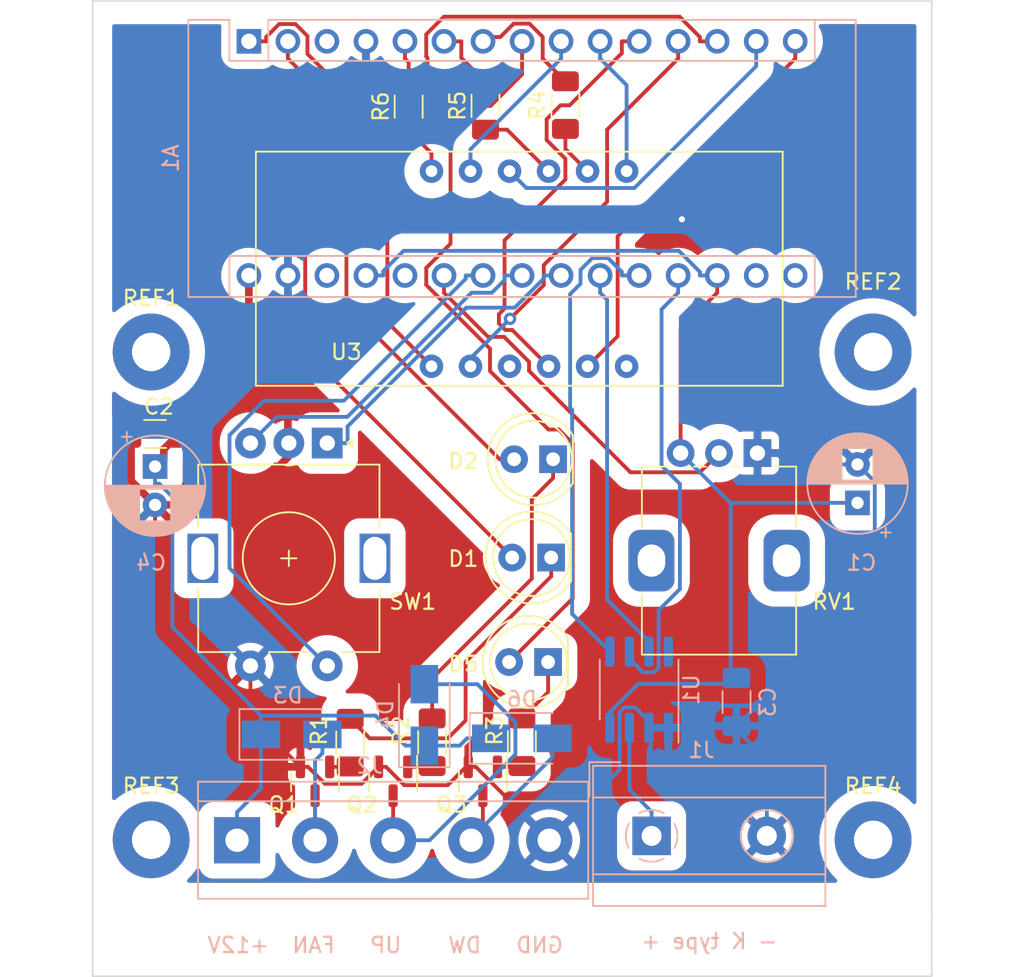
<source format=kicad_pcb>
(kicad_pcb (version 20240108) (generator "pcbnew") (generator_version "8.0")
  (layers (0 "F.Cu" signal) (31 "B.Cu" signal) (34 "B.Paste" user) (35 "F.Paste" user) (36 "B.SilkS" user "B.Silkscreen") (37 "F.SilkS" user "F.Silkscreen") (38 "B.Mask" user) (39 "F.Mask" user) (44 "Edge.Cuts" user))
  (net 0 "")
  (net 1 "Net-(A1-Pad1)")
  (net 2 "Net-(A1-Pad2)")
  (net 4 "GND")
  (net 5 "Net-(A1-Pad5)")
  (net 6 "Net-(A1-Pad6)")
  (net 7 "Net-(A1-Pad7)")
  (net 8 "Net-(A1-Pad8)")
  (net 9 "Net-(A1-Pad9)")
  (net 10 "Net-(A1-Pad10)")
  (net 11 "Net-(A1-Pad11)")
  (net 12 "Net-(A1-Pad12)")
  (net 13 "Net-(A1-Pad13)")
  (net 14 "Net-(A1-Pad14)")
  (net 15 "Net-(A1-Pad15)")
  (net 18 "Net-(A1-Pad18)")
  (net 19 "Net-(A1-Pad19)")
  (net 20 "Net-(A1-Pad20)")
  (net 21 "Net-(A1-Pad21)")
  (net 22 "Net-(A1-Pad22)")
  (net 23 "Net-(A1-Pad23)")
  (net 24 "Net-(A1-Pad24)")
  (net 25 "Net-(A1-Pad25)")
  (net 28 "Net-(J1-Pad1)")
  (net 29 "Net-(D1-Pad1)")
  (net 30 "Net-(D2-Pad1)")
  (net 31 "/DW")
  (net 32 "/UP")
  (net 33 "Net-(D5-Pad1)")
  (net 34 "/FAN")
  (net 35 "Net-(R4-Pad1)")
  (net 36 "Net-(Q1-Pad1)")
  (net 37 "Net-(Q2-Pad1)")
  (net 38 "Net-(Q3-Pad1)")
  (net 39 "Net-(R5-Pad1)")
  (net 40 "Net-(R6-Pad1)")
  (net 43 "/+12V")
  (footprint "Rotary_Encoder:RotaryEncoder_Alps_EC11E-Switch_Vertical_H20mm" (layer "F.Cu") (at 128.3 89.75 -90)
    (property "Reference" "SW1" (at 10.326 -5.558 180) (layer "F.SilkS"))
    (property "Value" "RotaryEncoder")
    (pad "A" thru_hole rect (at 0 0 270) (size 2 2) (drill 1) (layers "*.Cu" "*.Mask") (net 22 "Net-(A1-Pad22)"))
    (pad "B" thru_hole circle (at 0 5 270) (size 2 2) (drill 1) (layers "*.Cu" "*.Mask") (net 23 "Net-(A1-Pad23)"))
    (pad "C" thru_hole circle (at 0 2.5 270) (size 2 2) (drill 1) (layers "*.Cu" "*.Mask") (net 4 "GND"))
    (pad "MP" thru_hole rect (at 7.5 -3.1 270) (size 3.2 2) (drill oval 2.8 1.5) (layers "*.Cu" "*.Mask"))
    (pad "MP" thru_hole rect (at 7.5 8.1 270) (size 3.2 2) (drill oval 2.8 1.5) (layers "*.Cu" "*.Mask"))
    (pad "S1" thru_hole circle (at 14.5 5 270) (size 2 2) (drill 1) (layers "*.Cu" "*.Mask") (net 4 "GND"))
    (pad "S2" thru_hole circle (at 14.5 0 270) (size 2 2) (drill 1) (layers "*.Cu" "*.Mask") (net 24 "Net-(A1-Pad24)"))
  )
  (footprint "Potentiometer_THT:Potentiometer_Alps_RK09K_Single_Vertical" (layer "F.Cu") (at 156.3 90.4 -90)
    (property "Reference" "RV1" (at 9.676 -4.99 180) (layer "F.SilkS"))
    (property "Value" "10K")
    (pad "1" thru_hole rect (at 0 0 270) (size 1.8 1.8) (drill 1) (layers "*.Cu" "*.Mask") (net 4 "GND"))
    (pad "2" thru_hole circle (at 0 2.5 270) (size 1.8 1.8) (drill 1) (layers "*.Cu" "*.Mask") (net 25 "Net-(A1-Pad25)"))
    (pad "3" thru_hole circle (at 0 5 270) (size 1.8 1.8) (drill 1) (layers "*.Cu" "*.Mask") (net 18 "Net-(A1-Pad18)"))
    (pad "MP" thru_hole roundrect (at 7 -1.9 270) (size 4 3) (drill oval 2.1 1.8) (layers "*.Cu" "*.Mask"))
    (pad "MP" thru_hole roundrect (at 7 6.9 270) (size 4 3) (drill oval 2.1 1.8) (layers "*.Cu" "*.Mask"))
  )
  (footprint "Resistor_SMD:R_1206_3216Metric_Pad1.30x1.75mm_HandSolder" (layer "F.Cu") (at 129.794 109.246 90)
    (property "Reference" "R1" (at 0.788 -2.032 90) (layer "F.SilkS"))
    (property "Value" "150")
    (pad "1" smd roundrect (at -1.55 0 90) (size 1.3 1.75) (layers "F.Cu" "F.Paste" "F.Mask") (roundrect_rratio 0.192308) (net 36 "Net-(Q1-Pad1)"))
    (pad "2" smd roundrect (at 1.55 0 90) (size 1.3 1.75) (layers "F.Cu" "F.Paste" "F.Mask") (roundrect_rratio 0.192308) (net 29 "Net-(D1-Pad1)"))
  )
  (footprint "LED_THT:LED_D5.0mm" (layer "F.Cu") (at 143 90.8 180)
    (property "Reference" "D2" (at 5.84 -0.132 0) (layer "F.SilkS"))
    (property "Value" "LED")
    (pad "1" thru_hole rect (at 0 0 180) (size 1.8 1.8) (drill 0.9) (layers "*.Cu" "*.Mask") (net 30 "Net-(D2-Pad1)"))
    (pad "2" thru_hole circle (at 2.54 0 180) (size 1.8 1.8) (drill 0.9) (layers "*.Cu" "*.Mask") (net 1 "Net-(A1-Pad1)"))
  )
  (footprint "LED_THT:LED_D5.0mm" (layer "F.Cu") (at 142.875 97.2 180)
    (property "Reference" "D1" (at 5.715 -0.082 0) (layer "F.SilkS"))
    (property "Value" "LED")
    (pad "1" thru_hole rect (at 0 0 180) (size 1.8 1.8) (drill 0.9) (layers "*.Cu" "*.Mask") (net 29 "Net-(D1-Pad1)"))
    (pad "2" thru_hole circle (at 2.54 0 180) (size 1.8 1.8) (drill 0.9) (layers "*.Cu" "*.Mask") (net 2 "Net-(A1-Pad2)"))
  )
  (footprint "Resistor_SMD:R_1206_3216Metric_Pad1.30x1.75mm_HandSolder" (layer "F.Cu") (at 140.97 109.22 90)
    (property "Reference" "R3" (at 0.762 -1.778 90) (layer "F.SilkS"))
    (property "Value" "150")
    (pad "1" smd roundrect (at -1.55 0 90) (size 1.3 1.75) (layers "F.Cu" "F.Paste" "F.Mask") (roundrect_rratio 0.192308) (net 38 "Net-(Q3-Pad1)"))
    (pad "2" smd roundrect (at 1.55 0 90) (size 1.3 1.75) (layers "F.Cu" "F.Paste" "F.Mask") (roundrect_rratio 0.192308) (net 33 "Net-(D5-Pad1)"))
  )
  (footprint "LED_THT:LED_D5.0mm" (layer "F.Cu") (at 142.675 104 180)
    (property "Reference" "D5" (at 5.515 -0.14 0) (layer "F.SilkS"))
    (property "Value" "LED")
    (pad "1" thru_hole rect (at 0 0 180) (size 1.8 1.8) (drill 0.9) (layers "*.Cu" "*.Mask") (net 33 "Net-(D5-Pad1)"))
    (pad "2" thru_hole circle (at 2.54 0 180) (size 1.8 1.8) (drill 0.9) (layers "*.Cu" "*.Mask") (net 8 "Net-(A1-Pad8)"))
  )
  (footprint "MountingHole:MountingHole_2.5mm_Pad" (layer "F.Cu") (at 163.83 83.82)
    (property "Reference" "REF2" (at 0 -4.572 0) (layer "F.SilkS"))
    (property "Value" "MountingHole_2.5mm_Pad")
    (pad "1" thru_hole circle (at 0 0) (size 5 5) (drill 2.5) (layers "*.Cu" "*.Mask"))
  )
  (footprint "Resistor_SMD:R_1206_3216Metric_Pad1.30x1.75mm_HandSolder" (layer "F.Cu") (at 143.8 67.75 90)
    (property "Reference" "R4" (at 0 -1.82 90) (layer "F.SilkS"))
    (property "Value" "220")
    (pad "1" smd roundrect (at -1.55 0 90) (size 1.3 1.75) (layers "F.Cu" "F.Paste" "F.Mask") (roundrect_rratio 0.192308) (net 35 "Net-(R4-Pad1)"))
    (pad "2" smd roundrect (at 1.55 0 90) (size 1.3 1.75) (layers "F.Cu" "F.Paste" "F.Mask") (roundrect_rratio 0.192308) (net 7 "Net-(A1-Pad7)"))
  )
  (footprint "Resistor_SMD:R_1206_3216Metric_Pad1.30x1.75mm_HandSolder" (layer "F.Cu") (at 138.6 67.8 90)
    (property "Reference" "R5" (at 0 -1.82 90) (layer "F.SilkS"))
    (property "Value" "220")
    (pad "1" smd roundrect (at -1.55 0 90) (size 1.3 1.75) (layers "F.Cu" "F.Paste" "F.Mask") (roundrect_rratio 0.192308) (net 39 "Net-(R5-Pad1)"))
    (pad "2" smd roundrect (at 1.55 0 90) (size 1.3 1.75) (layers "F.Cu" "F.Paste" "F.Mask") (roundrect_rratio 0.192308) (net 6 "Net-(A1-Pad6)"))
  )
  (footprint "Package_TO_SOT_SMD:SOT-23" (layer "F.Cu") (at 127.508 111.76 -90)
    (property "Reference" "Q1" (at 1.524 2.032 180) (layer "F.SilkS"))
    (property "Value" "BC817")
    (pad "1" smd roundrect (at -0.9375 -0.95 270) (size 1.475 0.6) (layers "F.Cu" "F.Paste" "F.Mask") (net 36 "Net-(Q1-Pad1)"))
    (pad "2" smd roundrect (at -0.9375 0.95 270) (size 1.475 0.6) (layers "F.Cu" "F.Paste" "F.Mask") (net 4 "GND"))
    (pad "3" smd roundrect (at 0.9375 0 270) (size 1.475 0.6) (layers "F.Cu" "F.Paste" "F.Mask") (net 34 "/FAN"))
  )
  (footprint "MountingHole:MountingHole_2.5mm_Pad" (layer "F.Cu") (at 163.83 115.57)
    (property "Reference" "REF4" (at 0 -3.5 0) (layer "F.SilkS"))
    (property "Value" "MountingHole_2.5mm_Pad")
    (pad "1" thru_hole circle (at 0 0) (size 5 5) (drill 2.5) (layers "*.Cu" "*.Mask"))
  )
  (footprint "Package_TO_SOT_SMD:SOT-23" (layer "F.Cu") (at 138.43 111.76 -90)
    (property "Reference" "Q3" (at 1.524 2.032 180) (layer "F.SilkS"))
    (property "Value" "BC817")
    (pad "1" smd roundrect (at -0.9375 -0.95 270) (size 1.475 0.6) (layers "F.Cu" "F.Paste" "F.Mask") (net 38 "Net-(Q3-Pad1)"))
    (pad "2" smd roundrect (at -0.9375 0.95 270) (size 1.475 0.6) (layers "F.Cu" "F.Paste" "F.Mask") (net 4 "GND"))
    (pad "3" smd roundrect (at 0.9375 0 270) (size 1.475 0.6) (layers "F.Cu" "F.Paste" "F.Mask") (net 31 "/DW"))
  )
  (footprint "MountingHole:MountingHole_2.5mm_Pad" (layer "F.Cu") (at 116.84 115.57)
    (property "Reference" "REF3" (at 0 -3.5 0) (layer "F.SilkS"))
    (property "Value" "MountingHole_2.5mm_Pad")
    (pad "1" thru_hole circle (at 0 0) (size 5 5) (drill 2.5) (layers "*.Cu" "*.Mask"))
  )
  (footprint "Display3bit:LTD040BUE-101A" (layer "F.Cu") (at 135.085 84.75)
    (property "Reference" "U3" (at -5.545 -0.93 0) (layer "F.SilkS"))
    (property "Value" "LTD040BUE-101A")
    (pad "1" thru_hole circle (at 0 0) (size 1.524 1.524) (drill 0.762) (layers "*.Cu" "*.Mask") (net 13 "Net-(A1-Pad13)"))
    (pad "2" thru_hole circle (at 2.54 0) (size 1.524 1.524) (drill 0.762) (layers "*.Cu" "*.Mask") (net 12 "Net-(A1-Pad12)"))
    (pad "3" thru_hole circle (at 5.08 0) (size 1.524 1.524) (drill 0.762) (layers "*.Cu" "*.Mask"))
    (pad "4" thru_hole circle (at 7.62 0) (size 1.524 1.524) (drill 0.762) (layers "*.Cu" "*.Mask") (net 11 "Net-(A1-Pad11)"))
    (pad "5" thru_hole circle (at 10.16 0) (size 1.524 1.524) (drill 0.762) (layers "*.Cu" "*.Mask") (net 15 "Net-(A1-Pad15)"))
    (pad "6" thru_hole circle (at 12.7 0) (size 1.524 1.524) (drill 0.762) (layers "*.Cu" "*.Mask"))
    (pad "7" thru_hole circle (at 12.7 -12.7) (size 1.524 1.524) (drill 0.762) (layers "*.Cu" "*.Mask") (net 10 "Net-(A1-Pad10)"))
    (pad "8" thru_hole circle (at 10.16 -12.7) (size 1.524 1.524) (drill 0.762) (layers "*.Cu" "*.Mask") (net 35 "Net-(R4-Pad1)"))
    (pad "9" thru_hole circle (at 7.62 -12.7) (size 1.524 1.524) (drill 0.762) (layers "*.Cu" "*.Mask") (net 39 "Net-(R5-Pad1)"))
    (pad "10" thru_hole circle (at 5.08 -12.7) (size 1.524 1.524) (drill 0.762) (layers "*.Cu" "*.Mask") (net 14 "Net-(A1-Pad14)"))
    (pad "11" thru_hole circle (at 2.54 -12.7) (size 1.524 1.524) (drill 0.762) (layers "*.Cu" "*.Mask") (net 9 "Net-(A1-Pad9)"))
    (pad "12" thru_hole circle (at 0 -12.7) (size 1.524 1.524) (drill 0.762) (layers "*.Cu" "*.Mask") (net 40 "Net-(R6-Pad1)"))
  )
  (footprint "Capacitor_SMD:C_1206_3216Metric_Pad1.33x1.80mm_HandSolder" (layer "F.Cu") (at 117.094 89.154 180)
    (property "Reference" "C2" (at -0.254 1.778 0) (layer "F.SilkS"))
    (property "Value" "100n")
    (pad "1" smd roundrect (at -1.5625 0 180) (size 1.325 1.8) (layers "F.Cu" "F.Paste" "F.Mask") (roundrect_rratio 0.188679) (net 43 "/+12V"))
    (pad "2" smd roundrect (at 1.5625 0 180) (size 1.325 1.8) (layers "F.Cu" "F.Paste" "F.Mask") (roundrect_rratio 0.188679) (net 4 "GND"))
  )
  (footprint "Resistor_SMD:R_1206_3216Metric_Pad1.30x1.75mm_HandSolder" (layer "F.Cu") (at 133.6 67.85 90)
    (property "Reference" "R6" (at 0 -1.82 90) (layer "F.SilkS"))
    (property "Value" "220")
    (pad "1" smd roundrect (at -1.55 0 90) (size 1.3 1.75) (layers "F.Cu" "F.Paste" "F.Mask") (roundrect_rratio 0.192308) (net 40 "Net-(R6-Pad1)"))
    (pad "2" smd roundrect (at 1.55 0 90) (size 1.3 1.75) (layers "F.Cu" "F.Paste" "F.Mask") (roundrect_rratio 0.192308) (net 5 "Net-(A1-Pad5)"))
  )
  (footprint "MountingHole:MountingHole_2.5mm_Pad" (layer "F.Cu") (at 116.84 83.82)
    (property "Reference" "REF1" (at 0 -3.5 0) (layer "F.SilkS"))
    (property "Value" "MountingHole_2.5mm_Pad")
    (pad "1" thru_hole circle (at 0 0) (size 5 5) (drill 2.5) (layers "*.Cu" "*.Mask"))
  )
  (footprint "Resistor_SMD:R_1206_3216Metric_Pad1.30x1.75mm_HandSolder" (layer "F.Cu") (at 135.128 109.22 90)
    (property "Reference" "R2" (at 0.762 -2.032 90) (layer "F.SilkS"))
    (property "Value" "150")
    (pad "1" smd roundrect (at -1.55 0 90) (size 1.3 1.75) (layers "F.Cu" "F.Paste" "F.Mask") (roundrect_rratio 0.192308) (net 37 "Net-(Q2-Pad1)"))
    (pad "2" smd roundrect (at 1.55 0 90) (size 1.3 1.75) (layers "F.Cu" "F.Paste" "F.Mask") (roundrect_rratio 0.192308) (net 30 "Net-(D2-Pad1)"))
  )
  (footprint "Package_TO_SOT_SMD:SOT-23" (layer "F.Cu") (at 132.588 111.76 -90)
    (property "Reference" "Q2" (at 1.524 2.032 180) (layer "F.SilkS"))
    (property "Value" "BC817")
    (pad "1" smd roundrect (at -0.9375 -0.95 270) (size 1.475 0.6) (layers "F.Cu" "F.Paste" "F.Mask") (net 37 "Net-(Q2-Pad1)"))
    (pad "2" smd roundrect (at -0.9375 0.95 270) (size 1.475 0.6) (layers "F.Cu" "F.Paste" "F.Mask") (net 4 "GND"))
    (pad "3" smd roundrect (at 0.9375 0 270) (size 1.475 0.6) (layers "F.Cu" "F.Paste" "F.Mask") (net 32 "/UP"))
  )
  (footprint "Module:Arduino_Nano" (layer "B.Cu") (at 123.2 63.6 -90)
    (property "Reference" "A1" (at 7.62 5.08 90) (layer "B.SilkS") (effects (justify mirror)))
    (property "Value" "Arduino_Nano_v3.x")
    (pad "1" thru_hole rect (at 0 0 270) (size 1.6 1.6) (drill 1) (layers "*.Cu" "*.Mask") (net 1 "Net-(A1-Pad1)"))
    (pad "2" thru_hole oval (at 0 -2.54 270) (size 1.6 1.6) (drill 1) (layers "*.Cu" "*.Mask") (net 2 "Net-(A1-Pad2)"))
    (pad "3" thru_hole oval (at 0 -5.08 270) (size 1.6 1.6) (drill 1) (layers "*.Cu" "*.Mask"))
    (pad "4" thru_hole oval (at 0 -7.62 270) (size 1.6 1.6) (drill 1) (layers "*.Cu" "*.Mask") (net 4 "GND"))
    (pad "5" thru_hole oval (at 0 -10.16 270) (size 1.6 1.6) (drill 1) (layers "*.Cu" "*.Mask") (net 5 "Net-(A1-Pad5)"))
    (pad "6" thru_hole oval (at 0 -12.7 270) (size 1.6 1.6) (drill 1) (layers "*.Cu" "*.Mask") (net 6 "Net-(A1-Pad6)"))
    (pad "7" thru_hole oval (at 0 -15.24 270) (size 1.6 1.6) (drill 1) (layers "*.Cu" "*.Mask") (net 7 "Net-(A1-Pad7)"))
    (pad "8" thru_hole oval (at 0 -17.78 270) (size 1.6 1.6) (drill 1) (layers "*.Cu" "*.Mask") (net 8 "Net-(A1-Pad8)"))
    (pad "9" thru_hole oval (at 0 -20.32 270) (size 1.6 1.6) (drill 1) (layers "*.Cu" "*.Mask") (net 9 "Net-(A1-Pad9)"))
    (pad "10" thru_hole oval (at 0 -22.86 270) (size 1.6 1.6) (drill 1) (layers "*.Cu" "*.Mask") (net 10 "Net-(A1-Pad10)"))
    (pad "11" thru_hole oval (at 0 -25.4 270) (size 1.6 1.6) (drill 1) (layers "*.Cu" "*.Mask") (net 11 "Net-(A1-Pad11)"))
    (pad "12" thru_hole oval (at 0 -27.94 270) (size 1.6 1.6) (drill 1) (layers "*.Cu" "*.Mask") (net 12 "Net-(A1-Pad12)"))
    (pad "13" thru_hole oval (at 0 -30.48 270) (size 1.6 1.6) (drill 1) (layers "*.Cu" "*.Mask") (net 13 "Net-(A1-Pad13)"))
    (pad "14" thru_hole oval (at 0 -33.02 270) (size 1.6 1.6) (drill 1) (layers "*.Cu" "*.Mask") (net 14 "Net-(A1-Pad14)"))
    (pad "15" thru_hole oval (at 0 -35.56 270) (size 1.6 1.6) (drill 1) (layers "*.Cu" "*.Mask") (net 15 "Net-(A1-Pad15)"))
    (pad "16" thru_hole oval (at 15.24 -35.56 270) (size 1.6 1.6) (drill 1) (layers "*.Cu" "*.Mask"))
    (pad "17" thru_hole oval (at 15.24 -33.02 270) (size 1.6 1.6) (drill 1) (layers "*.Cu" "*.Mask"))
    (pad "18" thru_hole oval (at 15.24 -30.48 270) (size 1.6 1.6) (drill 1) (layers "*.Cu" "*.Mask") (net 18 "Net-(A1-Pad18)"))
    (pad "19" thru_hole oval (at 15.24 -27.94 270) (size 1.6 1.6) (drill 1) (layers "*.Cu" "*.Mask") (net 19 "Net-(A1-Pad19)"))
    (pad "20" thru_hole oval (at 15.24 -25.4 270) (size 1.6 1.6) (drill 1) (layers "*.Cu" "*.Mask") (net 20 "Net-(A1-Pad20)"))
    (pad "21" thru_hole oval (at 15.24 -22.86 270) (size 1.6 1.6) (drill 1) (layers "*.Cu" "*.Mask") (net 21 "Net-(A1-Pad21)"))
    (pad "22" thru_hole oval (at 15.24 -20.32 270) (size 1.6 1.6) (drill 1) (layers "*.Cu" "*.Mask") (net 22 "Net-(A1-Pad22)"))
    (pad "23" thru_hole oval (at 15.24 -17.78 270) (size 1.6 1.6) (drill 1) (layers "*.Cu" "*.Mask") (net 23 "Net-(A1-Pad23)"))
    (pad "24" thru_hole oval (at 15.24 -15.24 270) (size 1.6 1.6) (drill 1) (layers "*.Cu" "*.Mask") (net 24 "Net-(A1-Pad24)"))
    (pad "25" thru_hole oval (at 15.24 -12.7 270) (size 1.6 1.6) (drill 1) (layers "*.Cu" "*.Mask") (net 25 "Net-(A1-Pad25)"))
    (pad "26" thru_hole oval (at 15.24 -10.16 270) (size 1.6 1.6) (drill 1) (layers "*.Cu" "*.Mask"))
    (pad "27" thru_hole oval (at 15.24 -7.62 270) (size 1.6 1.6) (drill 1) (layers "*.Cu" "*.Mask") (net 18 "Net-(A1-Pad18)"))
    (pad "28" thru_hole oval (at 15.24 -5.08 270) (size 1.6 1.6) (drill 1) (layers "*.Cu" "*.Mask"))
    (pad "29" thru_hole oval (at 15.24 -2.54 270) (size 1.6 1.6) (drill 1) (layers "*.Cu" "*.Mask") (net 4 "GND"))
    (pad "30" thru_hole oval (at 15.24 0 270) (size 1.6 1.6) (drill 1) (layers "*.Cu" "*.Mask") (net 43 "/+12V"))
  )
  (footprint "Capacitor_THT:CP_Radial_D6.3mm_P2.50mm" (layer "B.Cu") (at 162.814 93.6384 90)
    (property "Reference" "C1" (at -3.8976 0.254 0) (layer "B.SilkS") (effects (justify mirror)))
    (property "Value" "10u")
    (pad "1" thru_hole rect (at 0 0 90) (size 1.6 1.6) (drill 0.8) (layers "*.Cu" "*.Mask") (net 18 "Net-(A1-Pad18)"))
    (pad "2" thru_hole circle (at 2.5 0 90) (size 1.6 1.6) (drill 0.8) (layers "*.Cu" "*.Mask") (net 4 "GND"))
  )
  (footprint "Capacitor_SMD:C_1206_3216Metric_Pad1.33x1.80mm_HandSolder" (layer "B.Cu") (at 154.94 106.6 -90)
    (property "Reference" "C3" (at 0 -2.032 90) (layer "B.SilkS") (effects (justify mirror)))
    (property "Value" "100n")
    (pad "1" smd roundrect (at -1.5625 0 270) (size 1.325 1.8) (layers "B.Cu" "B.Paste" "B.Mask") (roundrect_rratio 0.188679) (net 18 "Net-(A1-Pad18)"))
    (pad "2" smd roundrect (at 1.5625 0 270) (size 1.325 1.8) (layers "B.Cu" "B.Paste" "B.Mask") (roundrect_rratio 0.188679) (net 4 "GND"))
  )
  (footprint "Diode_SMD:D_SMA" (layer "B.Cu") (at 140.97 108.966)
    (property "Reference" "D6" (at 0 -2.54 0) (layer "B.SilkS") (effects (justify mirror)))
    (property "Value" "SS14")
    (pad "1" smd rect (at -2 0) (size 2.5 1.8) (layers "B.Cu" "B.Paste" "B.Mask") (net 43 "/+12V"))
    (pad "2" smd rect (at 2 0) (size 2.5 1.8) (layers "B.Cu" "B.Paste" "B.Mask") (net 31 "/DW"))
  )
  (footprint "Diode_SMD:D_SMA" (layer "B.Cu") (at 134.62 107.442 90)
    (property "Reference" "D4" (at 0 -2.54 90) (layer "B.SilkS") (effects (justify mirror)))
    (property "Value" "SS14")
    (pad "1" smd rect (at -2 0 90) (size 2.5 1.8) (layers "B.Cu" "B.Paste" "B.Mask") (net 43 "/+12V"))
    (pad "2" smd rect (at 2 0 90) (size 2.5 1.8) (layers "B.Cu" "B.Paste" "B.Mask") (net 32 "/UP"))
  )
  (footprint "Capacitor_THT:CP_Radial_D6.3mm_P2.50mm" (layer "B.Cu") (at 117.094 91.2736 -90)
    (property "Reference" "C4" (at 6.2624 0.254 0) (layer "B.SilkS") (effects (justify mirror)))
    (property "Value" "10u")
    (pad "1" thru_hole rect (at 0 0 270) (size 1.6 1.6) (drill 0.8) (layers "*.Cu" "*.Mask") (net 43 "/+12V"))
    (pad "2" thru_hole circle (at 2.5 0 270) (size 1.6 1.6) (drill 0.8) (layers "*.Cu" "*.Mask") (net 4 "GND"))
  )
  (footprint "TerminalBlock_MetzConnect:TerminalBlock_MetzConnect_Type171_RT13702HBWC_1x02_P7.50mm_Horizontal" (layer "B.Cu") (at 149.412 115.316)
    (property "Reference" "J1" (at 3.242 -5.588 180) (layer "B.SilkS") (effects (justify mirror)))
    (property "Value" "Terminalx02")
    (pad "1" thru_hole rect (at 0 0) (size 2.5 2.5) (drill 1.3) (layers "*.Cu" "*.Mask") (net 28 "Net-(J1-Pad1)"))
    (pad "2" thru_hole circle (at 7.5 0) (size 2.5 2.5) (drill 1.3) (layers "*.Cu" "*.Mask") (net 4 "GND"))
  )
  (footprint "Diode_SMD:D_SMA" (layer "B.Cu") (at 125.984 108.712)
    (property "Reference" "D3" (at -0.254 -2.54 0) (layer "B.SilkS") (effects (justify mirror)))
    (property "Value" "SS14")
    (pad "1" smd rect (at -2 0) (size 2.5 1.8) (layers "B.Cu" "B.Paste" "B.Mask") (net 43 "/+12V"))
    (pad "2" smd rect (at 2 0) (size 2.5 1.8) (layers "B.Cu" "B.Paste" "B.Mask") (net 34 "/FAN"))
  )
  (footprint "Package_SO:SOIC-8_3.9x4.9mm_P1.27mm" (layer "B.Cu") (at 148.6 105.8 90)
    (property "Reference" "U1" (at 0 3.4 90) (layer "B.SilkS") (effects (justify mirror)))
    (property "Value" "MAX6675")
    (pad "1" smd roundrect (at -2.475 1.905 90) (size 1.95 0.6) (layers "B.Cu" "B.Paste" "B.Mask") (net 4 "GND"))
    (pad "2" smd roundrect (at -2.475 0.635 90) (size 1.95 0.6) (layers "B.Cu" "B.Paste" "B.Mask") (net 4 "GND"))
    (pad "3" smd roundrect (at -2.475 -0.635 90) (size 1.95 0.6) (layers "B.Cu" "B.Paste" "B.Mask") (net 28 "Net-(J1-Pad1)"))
    (pad "4" smd roundrect (at -2.475 -1.905 90) (size 1.95 0.6) (layers "B.Cu" "B.Paste" "B.Mask") (net 18 "Net-(A1-Pad18)"))
    (pad "5" smd roundrect (at 2.475 -1.905 90) (size 1.95 0.6) (layers "B.Cu" "B.Paste" "B.Mask") (net 20 "Net-(A1-Pad20)"))
    (pad "6" smd roundrect (at 2.475 -0.635 90) (size 1.95 0.6) (layers "B.Cu" "B.Paste" "B.Mask") (net 19 "Net-(A1-Pad19)"))
    (pad "7" smd roundrect (at 2.475 0.635 90) (size 1.95 0.6) (layers "B.Cu" "B.Paste" "B.Mask") (net 21 "Net-(A1-Pad21)"))
    (pad "8" smd roundrect (at 2.475 1.905 90) (size 1.95 0.6) (layers "B.Cu" "B.Paste" "B.Mask"))
  )
  (footprint "TerminalBlock:TerminalBlock_bornier-5_P5.08mm" (layer "B.Cu") (at 122.428 115.6)
    (property "Reference" "J2" (at 8.636 -4.856 180) (layer "B.SilkS") (effects (justify mirror)))
    (property "Value" "Terminalx05")
    (pad "1" thru_hole rect (at 0 0) (size 3 3) (drill 1.52) (layers "*.Cu" "*.Mask") (net 43 "/+12V"))
    (pad "2" thru_hole circle (at 5.08 0) (size 3 3) (drill 1.52) (layers "*.Cu" "*.Mask") (net 34 "/FAN"))
    (pad "3" thru_hole circle (at 10.16 0) (size 3 3) (drill 1.52) (layers "*.Cu" "*.Mask") (net 32 "/UP"))
    (pad "4" thru_hole circle (at 15.24 0) (size 3 3) (drill 1.52) (layers "*.Cu" "*.Mask") (net 31 "/DW"))
    (pad "5" thru_hole circle (at 20.32 0) (size 3 3) (drill 1.52) (layers "*.Cu" "*.Mask") (net 4 "GND"))
  )
  (gr_line (start 167.64 124.46) (end 167.64 120.65) (stroke (width 0.1)) (layer "Edge.Cuts"))
  (gr_line (start 167.64 60.96) (end 114.3 60.96) (stroke (width 0.1)) (layer "Edge.Cuts"))
  (gr_line (start 167.64 124.46) (end 113.03 124.46) (stroke (width 0.1)) (layer "Edge.Cuts"))
  (gr_line (start 113.03 120.65) (end 113.03 60.96) (stroke (width 0.1)) (layer "Edge.Cuts"))
  (gr_line (start 114.3 60.96) (end 113.03 60.96) (stroke (width 0.1)) (layer "Edge.Cuts"))
  (gr_line (start 167.64 120.65) (end 167.64 60.96) (stroke (width 0.1)) (layer "Edge.Cuts"))
  (gr_line (start 113.03 124.46) (end 113.03 120.65) (stroke (width 0.1)) (layer "Edge.Cuts"))
  (gr_text "GND   DW    UP   FAN  +12V" (at 132.08 122.428 0) (layer "B.SilkS") (effects (font (size 1 1)) (justify mirror)))
  (gr_text "- K type +" (at 153.162 122.174 0) (layer "B.SilkS") (effects (font (size 1 1)) (justify mirror)))
  (segment (start 124.3251 63.6) (end 124.3251 63.3186) (width 0.25) (layer "F.Cu") (net 1))
  (segment (start 127.01 63.2521) (end 127.01 64.4199) (width 0.25) (layer "F.Cu") (net 1))
  (segment (start 127.01 64.4199) (end 129.55 66.9599) (width 0.25) (layer "F.Cu") (net 1))
  (segment (start 129.55 80.8291) (end 139.5209 90.8) (width 0.25) (layer "F.Cu") (net 1))
  (segment (start 125.1688 62.4749) (end 126.2328 62.4749) (width 0.25) (layer "F.Cu") (net 1))
  (segment (start 129.55 66.9599) (end 129.55 80.8291) (width 0.25) (layer "F.Cu") (net 1))
  (segment (start 124.3251 63.3186) (end 125.1688 62.4749) (width 0.25) (layer "F.Cu") (net 1))
  (segment (start 126.2328 62.4749) (end 127.01 63.2521) (width 0.25) (layer "F.Cu") (net 1))
  (segment (start 123.2 63.6) (end 124.3251 63.6) (width 0.25) (layer "F.Cu") (net 1))
  (segment (start 139.5209 90.8) (end 140.46 90.8) (width 0.25) (layer "F.Cu") (net 1))
  (segment (start 126.8651 83.7301) (end 140.335 97.2) (width 0.25) (layer "F.Cu") (net 2))
  (segment (start 125.74 64.7251) (end 126.8651 65.8502) (width 0.25) (layer "F.Cu") (net 2))
  (segment (start 126.8651 65.8502) (end 126.8651 83.7301) (width 0.25) (layer "F.Cu") (net 2))
  (segment (start 125.74 63.6) (end 125.74 64.7251) (width 0.25) (layer "F.Cu") (net 2))
  (segment (start 137.3355 110.8225) (end 137.48 110.8225) (width 0.25) (layer "F.Cu") (net 4))
  (segment (start 125.74 90.668) (end 122.936 93.472) (width 0.5) (layer "F.Cu") (net 4))
  (segment (start 137.9675 110.8225) (end 137.48 110.8225) (width 0.25) (layer "F.Cu") (net 4))
  (segment (start 128.1481 111.9251) (end 127.0455 110.8225) (width 0.25) (layer "F.Cu") (net 4))
  (segment (start 130.5354 111.9251) (end 128.1481 111.9251) (width 0.25) (layer "F.Cu") (net 4))
  (segment (start 133.313751 112.014) (end 132.122251 110.8225) (width 0.25) (layer "F.Cu") (net 4))
  (segment (start 117.094 100.838) (end 117.094 93.7736) (width 0.25) (layer "F.Cu") (net 4))
  (segment (start 127.0455 110.8225) (end 126.558 110.8225) (width 0.25) (layer "F.Cu") (net 4))
  (segment (start 121.6564 93.7736) (end 117.094 93.7736) (width 0.5) (layer "F.Cu") (net 4))
  (segment (start 126.558 110.8225) (end 123.3 107.5645) (width 0.25) (layer "F.Cu") (net 4))
  (segment (start 131.638 110.8225) (end 130.5354 111.9251) (width 0.25) (layer "F.Cu") (net 4))
  (segment (start 123.3 104.25) (end 121.6564 102.6064) (width 0.25) (layer "F.Cu") (net 4))
  (segment (start 117.094 93.7736) (end 115.5315 92.2111) (width 0.5) (layer "F.Cu") (net 4))
  (segment (start 123.3 107.5645) (end 123.3 104.25) (width 0.25) (layer "F.Cu") (net 4))
  (segment (start 142.748 115.6) (end 142.745 115.6) (width 0.25) (layer "F.Cu") (net 4))
  (segment (start 122.936 93.472) (end 121.958 93.472) (width 0.5) (layer "F.Cu") (net 4))
  (segment (start 132.122251 110.8225) (end 131.638 110.8225) (width 0.25) (layer "F.Cu") (net 4))
  (segment (start 136.144 112.014) (end 133.313751 112.014) (width 0.25) (layer "F.Cu") (net 4))
  (segment (start 136.144 112.014) (end 137.3355 110.8225) (width 0.25) (layer "F.Cu") (net 4))
  (segment (start 125.74 78.84) (end 125.74 79.9651) (width 0.25) (layer "F.Cu") (net 4))
  (segment (start 121.958 93.472) (end 121.6564 93.7736) (width 0.5) (layer "F.Cu") (net 4))
  (segment (start 125.74 79.9651) (end 125.74 90.668) (width 0.5) (layer "F.Cu") (net 4))
  (segment (start 121.6564 102.6064) (end 118.8624 102.6064) (width 0.25) (layer "F.Cu") (net 4))
  (segment (start 142.745 115.6) (end 137.9675 110.8225) (width 0.25) (layer "F.Cu") (net 4))
  (segment (start 118.8624 102.6064) (end 117.094 100.838) (width 0.25) (layer "F.Cu") (net 4))
  (segment (start 115.5315 92.2111) (end 115.5315 89.154) (width 0.5) (layer "F.Cu") (net 4))
  (via (at 151.384 75.184) (size 0.8) (drill 0.4) (layers "F.Cu" "B.Cu") (net 4))
  (segment (start 158.2635 91.1384) (end 157.5251 90.4) (width 0.25) (layer "B.Cu") (net 4))
  (segment (start 156.3 90.4) (end 157.5251 90.4) (width 0.25) (layer "B.Cu") (net 4))
  (segment (start 148.345 106.9547) (end 149.235 107.8447) (width 0.25) (layer "B.Cu") (net 4))
  (segment (start 125.74 77.7149) (end 130.82 72.6349) (width 0.25) (layer "B.Cu") (net 4))
  (segment (start 163.9392 92.2636) (end 162.814 91.1384) (width 0.25) (layer "B.Cu") (net 4))
  (segment (start 154.94 108.1625) (end 163.9392 99.1633) (width 0.25) (layer "B.Cu") (net 4))
  (segment (start 156.912 110.3595) (end 154.8275 108.275) (width 0.25) (layer "B.Cu") (net 4))
  (segment (start 142.748 115.6) (end 147.3299 111.0181) (width 0.25) (layer "B.Cu") (net 4))
  (segment (start 130.82 72.6349) (end 130.82 63.6) (width 0.25) (layer "B.Cu") (net 4))
  (segment (start 147.3299 107.2624) (end 147.6376 106.9547) (width 0.25) (layer "B.Cu") (net 4))
  (segment (start 150.505 108.275) (end 149.235 108.275) (width 0.25) (layer "B.Cu") (net 4))
  (segment (start 149.235 107.8447) (end 149.235 108.275) (width 0.25) (layer "B.Cu") (net 4))
  (segment (start 125.74 78.84) (end 125.74 77.7149) (width 0.25) (layer "B.Cu") (net 4))
  (segment (start 147.6376 106.9547) (end 148.345 106.9547) (width 0.25) (layer "B.Cu") (net 4))
  (segment (start 162.814 91.1384) (end 158.2635 91.1384) (width 0.25) (layer "B.Cu") (net 4))
  (segment (start 163.9392 99.1633) (end 163.9392 92.2636) (width 0.25) (layer "B.Cu") (net 4))
  (segment (start 147.3299 111.0181) (end 147.3299 107.2624) (width 0.25) (layer "B.Cu") (net 4))
  (segment (start 154.8275 108.275) (end 154.94 108.1625) (width 0.25) (layer "B.Cu") (net 4))
  (segment (start 154.8275 108.275) (end 150.505 108.275) (width 0.25) (layer "B.Cu") (net 4))
  (segment (start 156.912 115.316) (end 156.912 110.3595) (width 0.25) (layer "B.Cu") (net 4))
  (segment (start 133.36 64.7251) (end 133.6 64.9651) (width 0.25) (layer "F.Cu") (net 5))
  (segment (start 133.36 63.6) (end 133.36 64.7251) (width 0.25) (layer "F.Cu") (net 5))
  (segment (start 133.6 64.9651) (end 133.6 66.3) (width 0.25) (layer "F.Cu") (net 5))
  (segment (start 137.0251 64.6751) (end 138.6 66.25) (width 0.25) (layer "F.Cu") (net 6))
  (segment (start 137.0251 63.6) (end 137.0251 64.6751) (width 0.25) (layer "F.Cu") (net 6))
  (segment (start 135.9 63.6) (end 137.0251 63.6) (width 0.25) (layer "F.Cu") (net 6))
  (segment (start 140.4351 62.4487) (end 141.4618 62.4487) (width 0.25) (layer "F.Cu") (net 7))
  (segment (start 142.3252 64.7252) (end 143.8 66.2) (width 0.25) (layer "F.Cu") (net 7))
  (segment (start 139.5651 63.3187) (end 138.7213 63.3187) (width 0.25) (layer "F.Cu") (net 7))
  (segment (start 138.7213 63.3187) (end 138.44 63.6) (width 0.25) (layer "F.Cu") (net 7))
  (segment (start 141.4618 62.4487) (end 142.3252 63.3121) (width 0.25) (layer "F.Cu") (net 7))
  (segment (start 142.3252 63.3121) (end 142.3252 64.7252) (width 0.25) (layer "F.Cu") (net 7))
  (segment (start 139.5651 63.3187) (end 140.4351 62.4487) (width 0.25) (layer "F.Cu") (net 7))
  (segment (start 144.2766 99.8584) (end 140.135 104) (width 0.25) (layer "F.Cu") (net 8))
  (segment (start 142.7027 88.8665) (end 143.3689 88.8665) (width 0.25) (layer "F.Cu") (net 8))
  (segment (start 143.3689 88.8665) (end 144.2766 89.7742) (width 0.25) (layer "F.Cu") (net 8))
  (segment (start 138.895 83.608) (end 138.895 85.0588) (width 0.25) (layer "F.Cu") (net 8))
  (segment (start 134.7425 78.3499) (end 134.7425 79.4555) (width 0.25) (layer "F.Cu") (net 8))
  (segment (start 138.26 67.8) (end 136.3257 69.7343) (width 0.25) (layer "F.Cu") (net 8))
  (segment (start 138.9331 67.8) (end 138.26 67.8) (width 0.25) (layer "F.Cu") (net 8))
  (segment (start 134.7425 79.4555) (end 138.895 83.608) (width 0.25) (layer "F.Cu") (net 8))
  (segment (start 140.98 65.7531) (end 138.9331 67.8) (width 0.25) (layer "F.Cu") (net 8))
  (segment (start 136.3257 69.7343) (end 136.3257 76.7667) (width 0.25) (layer "F.Cu") (net 8))
  (segment (start 144.2766 89.7742) (end 144.2766 99.8584) (width 0.25) (layer "F.Cu") (net 8))
  (segment (start 136.3257 76.7667) (end 134.7425 78.3499) (width 0.25) (layer "F.Cu") (net 8))
  (segment (start 138.895 85.0588) (end 142.7027 88.8665) (width 0.25) (layer "F.Cu") (net 8))
  (segment (start 140.98 63.6) (end 140.98 65.7531) (width 0.25) (layer "F.Cu") (net 8))
  (segment (start 143.52 64.7251) (end 137.625 70.6201) (width 0.25) (layer "B.Cu") (net 9))
  (segment (start 137.625 70.6201) (end 137.625 72.05) (width 0.25) (layer "B.Cu") (net 9))
  (segment (start 143.52 63.6) (end 143.52 64.7251) (width 0.25) (layer "B.Cu") (net 9))
  (segment (start 146.06 63.6) (end 146.06 64.7251) (width 0.25) (layer "B.Cu") (net 10))
  (segment (start 146.06 64.7251) (end 147.785 66.4501) (width 0.25) (layer "B.Cu") (net 10))
  (segment (start 147.785 66.4501) (end 147.785 72.05) (width 0.25) (layer "B.Cu") (net 10))
  (segment (start 139.4733 81.9625) (end 139.8981 82.3873) (width 0.25) (layer "F.Cu") (net 11))
  (segment (start 147.4749 63.6) (end 147.4749 64.3694) (width 0.25) (layer "F.Cu") (net 11))
  (segment (start 143.7998 72.5954) (end 139.8408 76.5544) (width 0.25) (layer "F.Cu") (net 11))
  (segment (start 139.8408 76.5544) (end 139.8408 80.9944) (width 0.25) (layer "F.Cu") (net 11))
  (segment (start 142.5832 70.0249) (end 143.7998 71.2415) (width 0.25) (layer "F.Cu") (net 11))
  (segment (start 139.4733 81.3619) (end 139.4733 81.9625) (width 0.25) (layer "F.Cu") (net 11))
  (segment (start 143.4886 67.7614) (end 142.5832 68.6668) (width 0.25) (layer "F.Cu") (net 11))
  (segment (start 147.4749 64.3694) (end 144.0829 67.7614) (width 0.25) (layer "F.Cu") (net 11))
  (segment (start 143.7998 71.2415) (end 143.7998 72.5954) (width 0.25) (layer "F.Cu") (net 11))
  (segment (start 142.5832 68.6668) (end 142.5832 70.0249) (width 0.25) (layer "F.Cu") (net 11))
  (segment (start 139.8408 80.9944) (end 139.4733 81.3619) (width 0.25) (layer "F.Cu") (net 11))
  (segment (start 148.6 63.6) (end 147.4749 63.6) (width 0.25) (layer "F.Cu") (net 11))
  (segment (start 144.0829 67.7614) (end 143.4886 67.7614) (width 0.25) (layer "F.Cu") (net 11))
  (segment (start 139.8981 82.3873) (end 140.3423 82.3873) (width 0.25) (layer "F.Cu") (net 11))
  (segment (start 140.3423 82.3873) (end 142.705 84.75) (width 0.25) (layer "F.Cu") (net 11))
  (segment (start 146.515 74.045) (end 142.3948 78.1652) (width 0.25) (layer "F.Cu") (net 12))
  (segment (start 151.14 64.7251) (end 146.515 69.3501) (width 0.25) (layer "F.Cu") (net 12))
  (segment (start 146.515 69.3501) (end 146.515 74.045) (width 0.25) (layer "F.Cu") (net 12))
  (segment (start 142.3948 78.1652) (end 142.3948 79.4658) (width 0.25) (layer "F.Cu") (net 12))
  (segment (start 151.14 63.6) (end 151.14 64.7251) (width 0.25) (layer "F.Cu") (net 12))
  (segment (start 142.3948 79.4658) (end 140.1984 81.6622) (width 0.25) (layer "F.Cu") (net 12))
  (via (at 140.1984 81.6622) (size 0.8) (drill 0.4) (layers "F.Cu" "B.Cu") (net 12))
  (segment (start 140.1984 81.6622) (end 137.625 84.2356) (width 0.25) (layer "B.Cu") (net 12))
  (segment (start 137.625 84.2356) (end 137.625 84.75) (width 0.25) (layer "B.Cu") (net 12))
  (segment (start 135.8872 61.9985) (end 134.7415 63.1442) (width 0.25) (layer "F.Cu") (net 13))
  (segment (start 134.7415 64.5921) (end 134.8273 64.6779) (width 0.25) (layer "F.Cu") (net 13))
  (segment (start 152.5549 63.3187) (end 151.2347 61.9985) (width 0.25) (layer "F.Cu") (net 13))
  (segment (start 151.2347 61.9985) (end 135.8872 61.9985) (width 0.25) (layer "F.Cu") (net 13))
  (segment (start 134.8273 64.6779) (end 134.8273 66.9333) (width 0.25) (layer "F.Cu") (net 13))
  (segment (start 132.2122 68.9263) (end 132.2122 81.8772) (width 0.25) (layer "F.Cu") (net 13))
  (segment (start 153.68 63.6) (end 152.5549 63.6) (width 0.25) (layer "F.Cu") (net 13))
  (segment (start 132.2122 81.8772) (end 135.085 84.75) (width 0.25) (layer "F.Cu") (net 13))
  (segment (start 134.8273 66.9333) (end 134.0645 67.6961) (width 0.25) (layer "F.Cu") (net 13))
  (segment (start 134.0645 67.6961) (end 133.4424 67.6961) (width 0.25) (layer "F.Cu") (net 13))
  (segment (start 134.7415 63.1442) (end 134.7415 64.5921) (width 0.25) (layer "F.Cu") (net 13))
  (segment (start 133.4424 67.6961) (end 132.2122 68.9263) (width 0.25) (layer "F.Cu") (net 13))
  (segment (start 152.5549 63.6) (end 152.5549 63.3187) (width 0.25) (layer "F.Cu") (net 13))
  (segment (start 148.2924 73.1465) (end 141.2615 73.1465) (width 0.25) (layer "B.Cu") (net 14))
  (segment (start 156.22 65.2189) (end 148.2924 73.1465) (width 0.25) (layer "B.Cu") (net 14))
  (segment (start 141.2615 73.1465) (end 140.165 72.05) (width 0.25) (layer "B.Cu") (net 14))
  (segment (start 156.22 63.6) (end 156.22 65.2189) (width 0.25) (layer "B.Cu") (net 14))
  (segment (start 147.203 76.2821) (end 147.203 82.792) (width 0.25) (layer "F.Cu") (net 15))
  (segment (start 158.76 64.7251) (end 147.203 76.2821) (width 0.25) (layer "F.Cu") (net 15))
  (segment (start 147.203 82.792) (end 145.245 84.75) (width 0.25) (layer "F.Cu") (net 15))
  (segment (start 158.76 63.6) (end 158.76 64.7251) (width 0.25) (layer "F.Cu") (net 15))
  (segment (start 153.68 78.84) (end 153.68 79.9651) (width 0.25) (layer "F.Cu") (net 18))
  (segment (start 151.3 82.3451) (end 153.68 79.9651) (width 0.25) (layer "F.Cu") (net 18))
  (segment (start 151.3 90.4) (end 151.3 82.3451) (width 0.25) (layer "F.Cu") (net 18))
  (segment (start 154.5588 105.0375) (end 154.94 105.0375) (width 0.25) (layer "B.Cu") (net 18))
  (segment (start 154.1776 105.4187) (end 154.5588 105.0375) (width 0.25) (layer "B.Cu") (net 18))
  (segment (start 153.68 78.84) (end 152.5549 78.84) (width 0.25) (layer "B.Cu") (net 18))
  (segment (start 152.5549 78.6069) (end 152.5549 78.84) (width 0.25) (layer "B.Cu") (net 18))
  (segment (start 154.5588 105.0375) (end 154.5588 93.6384) (width 0.25) (layer "B.Cu") (net 18))
  (segment (start 146.695 108.275) (end 146.695 107.2607) (width 0.25) (layer "B.Cu") (net 18))
  (segment (start 131.9451 78.5587) (end 133.2679 77.2359) (width 0.25) (layer "B.Cu") (net 18))
  (segment (start 130.82 78.84) (end 131.9451 78.84) (width 0.25) (layer "B.Cu") (net 18))
  (segment (start 131.9451 78.84) (end 131.9451 78.5587) (width 0.25) (layer "B.Cu") (net 18))
  (segment (start 154.5588 93.6384) (end 154.5384 93.6384) (width 0.25) (layer "B.Cu") (net 18))
  (segment (start 162.814 93.6384) (end 154.5588 93.6384) (width 0.25) (layer "B.Cu") (net 18))
  (segment (start 154.5384 93.6384) (end 151.3 90.4) (width 0.25) (layer "B.Cu") (net 18))
  (segment (start 146.695 107.2607) (end 148.537 105.4187) (width 0.25) (layer "B.Cu") (net 18))
  (segment (start 133.2679 77.2359) (end 151.1839 77.2359) (width 0.25) (layer "B.Cu") (net 18))
  (segment (start 148.537 105.4187) (end 154.1776 105.4187) (width 0.25) (layer "B.Cu") (net 18))
  (segment (start 151.1839 77.2359) (end 152.5549 78.6069) (width 0.25) (layer "B.Cu") (net 18))
  (segment (start 150.0624 81.0427) (end 151.14 79.9651) (width 0.25) (layer "B.Cu") (net 19))
  (segment (start 151.2544 92.41) (end 150.0624 91.218) (width 0.25) (layer "B.Cu") (net 19))
  (segment (start 151.14 78.84) (end 151.14 79.9651) (width 0.25) (layer "B.Cu") (net 19))
  (segment (start 151.2544 99.2514) (end 151.2544 92.41) (width 0.25) (layer "B.Cu") (net 19))
  (segment (start 147.965 103.7894) (end 148.8425 104.6669) (width 0.25) (layer "B.Cu") (net 19))
  (segment (start 150.0624 91.218) (end 150.0624 81.0427) (width 0.25) (layer "B.Cu") (net 19))
  (segment (start 149.8682 100.6376) (end 151.2544 99.2514) (width 0.25) (layer "B.Cu") (net 19))
  (segment (start 149.8682 104.3885) (end 149.8682 100.6376) (width 0.25) (layer "B.Cu") (net 19))
  (segment (start 147.965 103.325) (end 147.965 103.7894) (width 0.25) (layer "B.Cu") (net 19))
  (segment (start 149.5898 104.6669) (end 149.8682 104.3885) (width 0.25) (layer "B.Cu") (net 19))
  (segment (start 148.8425 104.6669) (end 149.5898 104.6669) (width 0.25) (layer "B.Cu") (net 19))
  (segment (start 148.6 78.84) (end 147.4749 78.84) (width 0.25) (layer "B.Cu") (net 20))
  (segment (start 144.2394 100.8694) (end 144.2394 87.583) (width 0.25) (layer "B.Cu") (net 20))
  (segment (start 144.1072 87.4508) (end 144.1072 80.0528) (width 0.25) (layer "B.Cu") (net 20))
  (segment (start 144.79 79.37) (end 144.79 78.4695) (width 0.25) (layer "B.Cu") (net 20))
  (segment (start 144.2394 87.583) (end 144.1072 87.4508) (width 0.25) (layer "B.Cu") (net 20))
  (segment (start 146.5732 77.7052) (end 147.4749 78.6069) (width 0.25) (layer "B.Cu") (net 20))
  (segment (start 144.1072 80.0528) (end 144.79 79.37) (width 0.25) (layer "B.Cu") (net 20))
  (segment (start 145.5543 77.7052) (end 146.5732 77.7052) (width 0.25) (layer "B.Cu") (net 20))
  (segment (start 146.695 103.325) (end 144.2394 100.8694) (width 0.25) (layer "B.Cu") (net 20))
  (segment (start 144.79 78.4695) (end 145.5543 77.7052) (width 0.25) (layer "B.Cu") (net 20))
  (segment (start 147.4749 78.6069) (end 147.4749 78.84) (width 0.25) (layer "B.Cu") (net 20))
  (segment (start 146.06 78.84) (end 146.06 79.9651) (width 0.25) (layer "B.Cu") (net 21))
  (segment (start 146.06 79.9651) (end 146.515 80.4201) (width 0.25) (layer "B.Cu") (net 21))
  (segment (start 149.235 102.6607) (end 149.235 103.325) (width 0.25) (layer "B.Cu") (net 21))
  (segment (start 146.515 99.9407) (end 149.235 102.6607) (width 0.25) (layer "B.Cu") (net 21))
  (segment (start 146.515 80.4201) (end 146.515 99.9407) (width 0.25) (layer "B.Cu") (net 21))
  (segment (start 129.6251 88.663) (end 129.6251 89.75) (width 0.25) (layer "B.Cu") (net 22))
  (segment (start 128.3 89.75) (end 129.6251 89.75) (width 0.25) (layer "B.Cu") (net 22))
  (segment (start 137.351 80.9371) (end 129.6251 88.663) (width 0.25) (layer "B.Cu") (net 22))
  (segment (start 142.3949 78.84) (end 142.3949 79.0412) (width 0.25) (layer "B.Cu") (net 22))
  (segment (start 143.52 78.84) (end 142.3949 78.84) (width 0.25) (layer "B.Cu") (net 22))
  (segment (start 140.499 80.9371) (end 137.351 80.9371) (width 0.25) (layer "B.Cu") (net 22))
  (segment (start 142.3949 79.0412) (end 140.499 80.9371) (width 0.25) (layer "B.Cu") (net 22))
  (segment (start 139.8549 79.1214) (end 139.0112 79.9651) (width 0.25) (layer "B.Cu") (net 23))
  (segment (start 139.8549 78.84) (end 139.8549 79.1214) (width 0.25) (layer "B.Cu") (net 23))
  (segment (start 125.0065 88.0435) (end 123.3 89.75) (width 0.25) (layer "B.Cu") (net 23))
  (segment (start 137.6863 79.9651) (end 129.6079 88.0435) (width 0.25) (layer "B.Cu") (net 23))
  (segment (start 139.0112 79.9651) (end 137.6863 79.9651) (width 0.25) (layer "B.Cu") (net 23))
  (segment (start 140.98 78.84) (end 139.8549 78.84) (width 0.25) (layer "B.Cu") (net 23))
  (segment (start 129.6079 88.0435) (end 125.0065 88.0435) (width 0.25) (layer "B.Cu") (net 23))
  (segment (start 137.3149 78.84) (end 137.3149 79.0549) (width 0.25) (layer "B.Cu") (net 24))
  (segment (start 138.44 78.84) (end 137.3149 78.84) (width 0.25) (layer "B.Cu") (net 24))
  (segment (start 137.3149 79.0549) (end 129.3764 86.9934) (width 0.25) (layer "B.Cu") (net 24))
  (segment (start 129.3764 86.9934) (end 124.1805 86.9934) (width 0.25) (layer "B.Cu") (net 24))
  (segment (start 121.9401 89.2338) (end 121.9401 97.8901) (width 0.25) (layer "B.Cu") (net 24))
  (segment (start 124.1805 86.9934) (end 121.9401 89.2338) (width 0.25) (layer "B.Cu") (net 24))
  (segment (start 121.9401 97.8901) (end 128.3 104.25) (width 0.25) (layer "B.Cu") (net 24))
  (segment (start 135.9 79.9651) (end 138.7723 82.8374) (width 0.25) (layer "F.Cu") (net 25))
  (segment (start 141.435 85.0498) (end 148.0321 91.6469) (width 0.25) (layer "F.Cu") (net 25))
  (segment (start 148.0321 91.6469) (end 152.5531 91.6469) (width 0.25) (layer "F.Cu") (net 25))
  (segment (start 139.813 82.8374) (end 141.435 84.4594) (width 0.25) (layer "F.Cu") (net 25))
  (segment (start 141.435 84.4594) (end 141.435 85.0498) (width 0.25) (layer "F.Cu") (net 25))
  (segment (start 152.5531 91.6469) (end 153.8 90.4) (width 0.25) (layer "F.Cu") (net 25))
  (segment (start 135.9 78.84) (end 135.9 79.9651) (width 0.25) (layer "F.Cu") (net 25))
  (segment (start 138.7723 82.8374) (end 139.813 82.8374) (width 0.25) (layer "F.Cu") (net 25))
  (segment (start 147.965 108.275) (end 147.965 112.2939) (width 0.25) (layer "B.Cu") (net 28))
  (segment (start 147.965 112.2939) (end 149.412 113.7409) (width 0.25) (layer "B.Cu") (net 28))
  (segment (start 149.412 115.316) (end 149.412 113.7409) (width 0.25) (layer "B.Cu") (net 28))
  (segment (start 129.794 107.696) (end 131.064 108.966) (width 0.25) (layer "F.Cu") (net 29))
  (segment (start 131.064 108.966) (end 136.144 108.966) (width 0.25) (layer "F.Cu") (net 29))
  (segment (start 137.3066 103.9935) (end 142.875 98.4251) (width 0.25) (layer "F.Cu") (net 29))
  (segment (start 137.3066 107.8034) (end 137.3066 103.9935) (width 0.25) (layer "F.Cu") (net 29))
  (segment (start 142.875 98.4251) (end 142.875 97.2) (width 0.25) (layer "F.Cu") (net 29))
  (segment (start 136.144 108.966) (end 137.3066 107.8034) (width 0.25) (layer "F.Cu") (net 29))
  (segment (start 135.128 105.0627) (end 141.6157 98.575) (width 0.25) (layer "F.Cu") (net 30))
  (segment (start 141.6157 93.4094) (end 143 92.0251) (width 0.25) (layer "F.Cu") (net 30))
  (segment (start 143 90.8) (end 143 92.0251) (width 0.25) (layer "F.Cu") (net 30))
  (segment (start 135.128 107.67) (end 135.128 105.0627) (width 0.25) (layer "F.Cu") (net 30))
  (segment (start 141.6157 98.575) (end 141.6157 93.4094) (width 0.25) (layer "F.Cu") (net 30))
  (segment (start 137.668 115.6) (end 138.43 114.838) (width 0.25) (layer "F.Cu") (net 31))
  (segment (start 138.43 114.838) (end 138.43 112.6975) (width 0.25) (layer "F.Cu") (net 31))
  (segment (start 142.97 110.1911) (end 137.668 115.4931) (width 0.25) (layer "B.Cu") (net 31))
  (segment (start 142.97 108.966) (end 142.97 110.1911) (width 0.25) (layer "B.Cu") (net 31))
  (segment (start 137.668 115.4931) (end 137.668 115.6) (width 0.25) (layer "B.Cu") (net 31))
  (segment (start 132.588 115.6) (end 132.588 112.6975) (width 0.25) (layer "F.Cu") (net 32))
  (segment (start 132.588 115.6) (end 134.9603 115.6) (width 0.25) (layer "B.Cu") (net 32))
  (segment (start 138.0701 105.442) (end 134.62 105.442) (width 0.25) (layer "B.Cu") (net 32))
  (segment (start 134.9603 115.6) (end 140.5452 110.0151) (width 0.25) (layer "B.Cu") (net 32))
  (segment (start 140.5452 110.0151) (end 140.5452 107.9171) (width 0.25) (layer "B.Cu") (net 32))
  (segment (start 140.5452 107.9171) (end 138.0701 105.442) (width 0.25) (layer "B.Cu") (net 32))
  (segment (start 142.675 104) (end 142.675 105.965) (width 0.25) (layer "F.Cu") (net 33))
  (segment (start 142.675 105.965) (end 140.97 107.67) (width 0.25) (layer "F.Cu") (net 33))
  (segment (start 127.508 115.6) (end 127.508 112.6975) (width 0.25) (layer "F.Cu") (net 34))
  (segment (start 127.508 110.4131) (end 127.984 109.9371) (width 0.25) (layer "B.Cu") (net 34))
  (segment (start 127.984 108.712) (end 127.984 109.9371) (width 0.25) (layer "B.Cu") (net 34))
  (segment (start 127.508 115.6) (end 127.508 110.4131) (width 0.25) (layer "B.Cu") (net 34))
  (segment (start 145.245 72.05) (end 143.8 70.605) (width 0.25) (layer "F.Cu") (net 35))
  (segment (start 143.8 70.605) (end 143.8 69.3) (width 0.25) (layer "F.Cu") (net 35))
  (segment (start 129.7675 110.8225) (end 129.794 110.796) (width 0.25) (layer "F.Cu") (net 36))
  (segment (start 128.458 110.8225) (end 129.7675 110.8225) (width 0.25) (layer "F.Cu") (net 36))
  (segment (start 133.538 110.8225) (end 135.0755 110.8225) (width 0.25) (layer "F.Cu") (net 37))
  (segment (start 135.0755 110.8225) (end 135.128 110.77) (width 0.25) (layer "F.Cu") (net 37))
  (segment (start 139.38 110.8225) (end 140.9175 110.8225) (width 0.25) (layer "F.Cu") (net 38))
  (segment (start 140.9175 110.8225) (end 140.97 110.77) (width 0.25) (layer "F.Cu") (net 38))
  (segment (start 140.005 69.35) (end 138.6 69.35) (width 0.25) (layer "F.Cu") (net 39))
  (segment (start 142.705 72.05) (end 140.005 69.35) (width 0.25) (layer "F.Cu") (net 39))
  (segment (start 135.085 70.885) (end 135.085 72.05) (width 0.25) (layer "F.Cu") (net 40))
  (segment (start 133.6 69.4) (end 135.085 70.885) (width 0.25) (layer "F.Cu") (net 40))
  (segment (start 117.662 90.1485) (end 118.6565 89.154) (width 0.5) (layer "F.Cu") (net 43))
  (segment (start 117.662 90.7056) (end 117.094 91.2736) (width 0.5) (layer "F.Cu") (net 43))
  (segment (start 118.6565 89.154) (end 123.2 84.6105) (width 0.5) (layer "F.Cu") (net 43))
  (segment (start 117.662 90.1485) (end 117.662 90.7056) (width 0.5) (layer "F.Cu") (net 43))
  (segment (start 123.2 84.6105) (end 123.2 78.84) (width 0.5) (layer "F.Cu") (net 43))
  (segment (start 123.984 108.712) (end 123.984 107.4869) (width 0.25) (layer "B.Cu") (net 43))
  (segment (start 138.97 108.966) (end 137.3949 108.966) (width 0.25) (layer "B.Cu") (net 43))
  (segment (start 117.094 92.3987) (end 117.3754 92.3987) (width 0.25) (layer "B.Cu") (net 43))
  (segment (start 118.2191 101.722) (end 123.984 107.4869) (width 0.25) (layer "B.Cu") (net 43))
  (segment (start 118.2191 93.2424) (end 118.2191 101.722) (width 0.25) (layer "B.Cu") (net 43))
  (segment (start 117.094 91.2736) (end 117.094 92.3987) (width 0.25) (layer "B.Cu") (net 43))
  (segment (start 123.984 112.2189) (end 123.984 108.712) (width 0.25) (layer "B.Cu") (net 43))
  (segment (start 122.428 113.7749) (end 123.984 112.2189) (width 0.25) (layer "B.Cu") (net 43))
  (segment (start 131.4398 107.4869) (end 133.3949 109.442) (width 0.25) (layer "B.Cu") (net 43))
  (segment (start 117.3754 92.3987) (end 118.2191 93.2424) (width 0.25) (layer "B.Cu") (net 43))
  (segment (start 134.62 109.442) (end 133.3949 109.442) (width 0.25) (layer "B.Cu") (net 43))
  (segment (start 136.9189 109.442) (end 137.3949 108.966) (width 0.25) (layer "B.Cu") (net 43))
  (segment (start 123.984 107.4869) (end 131.4398 107.4869) (width 0.25) (layer "B.Cu") (net 43))
  (segment (start 122.428 115.6) (end 122.428 113.7749) (width 0.25) (layer "B.Cu") (net 43))
  (segment (start 134.62 109.442) (end 136.9189 109.442) (width 0.25) (layer "B.Cu") (net 43))
  (zone (net 4) (net_name "GND") (layers "F&B.Cu") (connect_pads (clearance 1)) (min_thickness 0.254) (fill yes (thermal_gap 0.508) (thermal_bridge_width 0.508))
    (polygon (pts (xy 167.132 118.364) (xy 114.3 118.364) (xy 114.3 62.484) (xy 167.132 62.484)))
  )
)
</source>
